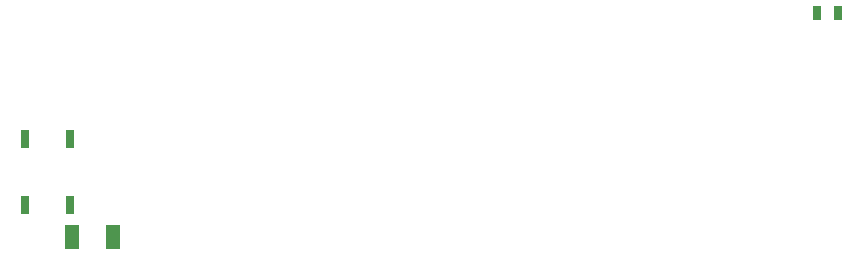
<source format=gbr>
G04 EAGLE Gerber RS-274X export*
G75*
%MOMM*%
%FSLAX34Y34*%
%LPD*%
%INSolderpaste Bottom*%
%IPPOS*%
%AMOC8*
5,1,8,0,0,1.08239X$1,22.5*%
G01*
%ADD10R,1.270000X2.060000*%
%ADD11R,0.800000X1.200000*%
%ADD12R,0.762000X1.524000*%


D10*
X95020Y139700D03*
X59920Y139700D03*
D11*
X690770Y328930D03*
X708770Y328930D03*
D12*
X58420Y166370D03*
X58420Y222250D03*
X20320Y166370D03*
X20320Y222250D03*
M02*

</source>
